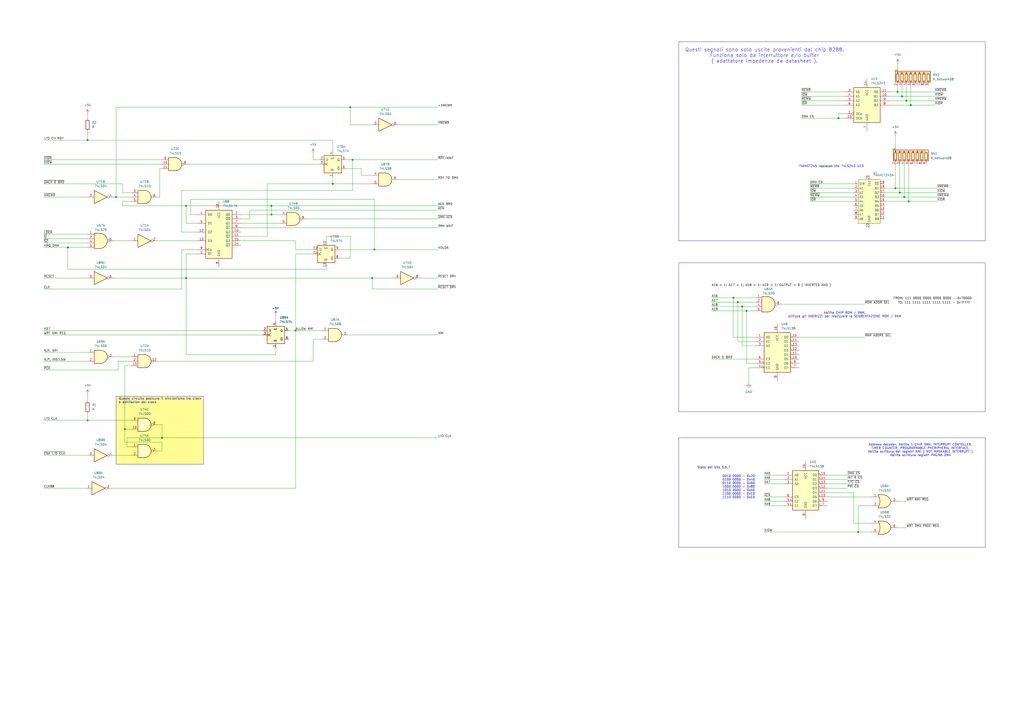
<source format=kicad_sch>
(kicad_sch (version 20250114) (generator "eeschema") (generator_version "9.0")
  (paper "A2")
  (lib_symbols
    (symbol "74xx:74LS00" (pin_names (offset 1.016))
      (property "Reference" "U" (at 0 1.27 0))
      (property "Value" "74LS00" (at 0 -1.27 0))
      (symbol "74LS00_1_1"
        (pin input line (at -7.62 2.54 0) (length 3.81) (name "~") (number "1"))
        (pin input line (at -7.62 -2.54 0) (length 3.81) (name "~") (number "2"))
        (pin output inverted (at 7.62 0 180) (length 3.81) (name "~") (number "3"))
      )
      (symbol "74LS00_1_2"
        (pin input inverted (at -7.62 2.54 0) (length 4.318) (name "~") (number "1"))
        (pin input inverted (at -7.62 -2.54 0) (length 4.318) (name "~") (number "2"))
        (pin output line (at 7.62 0 180) (length 3.81) (name "~") (number "3"))
      )
      (symbol "74LS00_2_1"
        (pin input line (at -7.62 2.54 0) (length 3.81) (name "~") (number "4"))
        (pin input line (at -7.62 -2.54 0) (length 3.81) (name "~") (number "5"))
        (pin output inverted (at 7.62 0 180) (length 3.81) (name "~") (number "6"))
      )
      (symbol "74LS00_2_2"
        (pin input inverted (at -7.62 2.54 0) (length 4.318) (name "~") (number "4"))
        (pin input inverted (at -7.62 -2.54 0) (length 4.318) (name "~") (number "5"))
        (pin output line (at 7.62 0 180) (length 3.81) (name "~") (number "6"))
      )
      (symbol "74LS00_3_1"
        (pin input line (at -7.62 2.54 0) (length 3.81) (name "~") (number "9"))
        (pin input line (at -7.62 -2.54 0) (length 3.81) (name "~") (number "10"))
        (pin output inverted (at 7.62 0 180) (length 3.81) (name "~") (number "8"))
      )
      (symbol "74LS00_3_2"
        (pin input inverted (at -7.62 2.54 0) (length 4.318) (name "~") (number "9"))
        (pin input inverted (at -7.62 -2.54 0) (length 4.318) (name "~") (number "10"))
        (pin output line (at 7.62 0 180) (length 3.81) (name "~") (number "8"))
      )
      (symbol "74LS00_4_1"
        (pin input line (at -7.62 2.54 0) (length 3.81) (name "~") (number "12"))
        (pin input line (at -7.62 -2.54 0) (length 3.81) (name "~") (number "13"))
        (pin output inverted (at 7.62 0 180) (length 3.81) (name "~") (number "11"))
      )
      (symbol "74LS00_4_2"
        (pin input inverted (at -7.62 2.54 0) (length 4.318) (name "~") (number "12"))
        (pin input inverted (at -7.62 -2.54 0) (length 4.318) (name "~") (number "13"))
        (pin output line (at 7.62 0 180) (length 3.81) (name "~") (number "11"))
      )
      (symbol "74LS00_5_0"
        (pin power_in line (at 0 12.7 270) (length 5.08) (name "VCC") (number "14"))
        (pin power_in line (at 0 -12.7 90) (length 5.08) (name "GND") (number "7"))
      )
    )
    (symbol "74xx:74LS04"
      (property "Reference" "U" (at 0 1.27 0))
      (property "Value" "74LS04" (at 0 -1.27 0))
      (symbol "74LS04_1_0"
        (pin input line (at -7.62 0 0) (length 3.81) (name "~") (number "1"))
        (pin output inverted (at 7.62 0 180) (length 3.81) (name "~") (number "2"))
      )
      (symbol "74LS04_2_0"
        (pin input line (at -7.62 0 0) (length 3.81) (name "~") (number "3"))
        (pin output inverted (at 7.62 0 180) (length 3.81) (name "~") (number "4"))
      )
      (symbol "74LS04_3_0"
        (pin input line (at -7.62 0 0) (length 3.81) (name "~") (number "5"))
        (pin output inverted (at 7.62 0 180) (length 3.81) (name "~") (number "6"))
      )
      (symbol "74LS04_4_0"
        (pin input line (at -7.62 0 0) (length 3.81) (name "~") (number "9"))
        (pin output inverted (at 7.62 0 180) (length 3.81) (name "~") (number "8"))
      )
      (symbol "74LS04_5_0"
        (pin input line (at -7.62 0 0) (length 3.81) (name "~") (number "11"))
        (pin output inverted (at 7.62 0 180) (length 3.81) (name "~") (number "10"))
      )
      (symbol "74LS04_6_0"
        (pin input line (at -7.62 0 0) (length 3.81) (name "~") (number "13"))
        (pin output inverted (at 7.62 0 180) (length 3.81) (name "~") (number "12"))
      )
      (symbol "74LS04_7_0"
        (pin power_in line (at 0 12.7 270) (length 5.08) (name "VCC") (number "14"))
        (pin power_in line (at 0 -12.7 90) (length 5.08) (name "GND") (number "7"))
      )
    )
    (symbol "74xx:74LS08" (pin_names (offset 1.016))
      (property "Reference" "U" (at 0 1.27 0))
      (property "Value" "74LS08" (at 0 -1.27 0))
      (symbol "74LS08_1_1"
        (pin input line (at -7.62 2.54 0) (length 3.81) (name "~") (number "1"))
        (pin input line (at -7.62 -2.54 0) (length 3.81) (name "~") (number "2"))
        (pin output line (at 7.62 0 180) (length 3.81) (name "~") (number "3"))
      )
      (symbol "74LS08_1_2"
        (pin input inverted (at -7.62 2.54 0) (length 4.318) (name "~") (number "1"))
        (pin input inverted (at -7.62 -2.54 0) (length 4.318) (name "~") (number "2"))
        (pin output inverted (at 7.62 0 180) (length 3.81) (name "~") (number "3"))
      )
      (symbol "74LS08_2_1"
        (pin input line (at -7.62 2.54 0) (length 3.81) (name "~") (number "4"))
        (pin input line (at -7.62 -2.54 0) (length 3.81) (name "~") (number "5"))
        (pin output line (at 7.62 0 180) (length 3.81) (name "~") (number "6"))
      )
      (symbol "74LS08_2_2"
        (pin input inverted (at -7.62 2.54 0) (length 4.318) (name "~") (number "4"))
        (pin input inverted (at -7.62 -2.54 0) (length 4.318) (name "~") (number "5"))
        (pin output inverted (at 7.62 0 180) (length 3.81) (name "~") (number "6"))
      )
      (symbol "74LS08_3_1"
        (pin input line (at -7.62 2.54 0) (length 3.81) (name "~") (number "9"))
        (pin input line (at -7.62 -2.54 0) (length 3.81) (name "~") (number "10"))
        (pin output line (at 7.62 0 180) (length 3.81) (name "~") (number "8"))
      )
      (symbol "74LS08_3_2"
        (pin input inverted (at -7.62 2.54 0) (length 4.318) (name "~") (number "9"))
        (pin input inverted (at -7.62 -2.54 0) (length 4.318) (name "~") (number "10"))
        (pin output inverted (at 7.62 0 180) (length 3.81) (name "~") (number "8"))
      )
      (symbol "74LS08_4_1"
        (pin input line (at -7.62 2.54 0) (length 3.81) (name "~") (number "12"))
        (pin input line (at -7.62 -2.54 0) (length 3.81) (name "~") (number "13"))
        (pin output line (at 7.62 0 180) (length 3.81) (name "~") (number "11"))
      )
      (symbol "74LS08_4_2"
        (pin input inverted (at -7.62 2.54 0) (length 4.318) (name "~") (number "12"))
        (pin input inverted (at -7.62 -2.54 0) (length 4.318) (name "~") (number "13"))
        (pin output inverted (at 7.62 0 180) (length 3.81) (name "~") (number "11"))
      )
      (symbol "74LS08_5_0"
        (pin power_in line (at 0 12.7 270) (length 5.08) (name "VCC") (number "14"))
        (pin power_in line (at 0 -12.7 90) (length 5.08) (name "GND") (number "7"))
      )
    )
    (symbol "74xx:74LS10" (pin_names (offset 1.016))
      (property "Reference" "U" (at 0 1.27 0))
      (property "Value" "74LS10" (at 0 -1.27 0))
      (symbol "74LS10_1_1"
        (pin input line (at -7.62 2.54 0) (length 3.81) (name "~") (number "1"))
        (pin input line (at -7.62 0 0) (length 3.81) (name "~") (number "2"))
        (pin input line (at -7.62 -2.54 0) (length 3.81) (name "~") (number "13"))
        (pin output inverted (at 7.62 0 180) (length 3.81) (name "~") (number "12"))
      )
      (symbol "74LS10_1_2"
        (pin input inverted (at -7.62 2.54 0) (length 4.318) (name "~") (number "1"))
        (pin input inverted (at -7.62 0 0) (length 4.953) (name "~") (number "2"))
        (pin input inverted (at -7.62 -2.54 0) (length 4.318) (name "~") (number "13"))
        (pin output line (at 7.62 0 180) (length 3.81) (name "~") (number "12"))
      )
      (symbol "74LS10_2_1"
        (pin input line (at -7.62 2.54 0) (length 3.81) (name "~") (number "3"))
        (pin input line (at -7.62 0 0) (length 3.81) (name "~") (number "4"))
        (pin input line (at -7.62 -2.54 0) (length 3.81) (name "~") (number "5"))
        (pin output inverted (at 7.62 0 180) (length 3.81) (name "~") (number "6"))
      )
      (symbol "74LS10_2_2"
        (pin input inverted (at -7.62 2.54 0) (length 4.318) (name "~") (number "3"))
        (pin input inverted (at -7.62 0 0) (length 4.953) (name "~") (number "4"))
        (pin input inverted (at -7.62 -2.54 0) (length 4.318) (name "~") (number "5"))
        (pin output line (at 7.62 0 180) (length 3.81) (name "~") (number "6"))
      )
      (symbol "74LS10_3_1"
        (pin input line (at -7.62 2.54 0) (length 3.81) (name "~") (number "9"))
        (pin input line (at -7.62 0 0) (length 3.81) (name "~") (number "10"))
        (pin input line (at -7.62 -2.54 0) (length 3.81) (name "~") (number "11"))
        (pin output inverted (at 7.62 0 180) (length 3.81) (name "~") (number "8"))
      )
      (symbol "74LS10_3_2"
        (pin input inverted (at -7.62 2.54 0) (length 4.318) (name "~") (number "9"))
        (pin input inverted (at -7.62 0 0) (length 4.953) (name "~") (number "10"))
        (pin input inverted (at -7.62 -2.54 0) (length 4.318) (name "~") (number "11"))
        (pin output line (at 7.62 0 180) (length 3.81) (name "~") (number "8"))
      )
      (symbol "74LS10_4_0"
        (pin power_in line (at 0 12.7 270) (length 5.08) (name "VCC") (number "14"))
        (pin power_in line (at 0 -12.7 90) (length 5.08) (name "GND") (number "7"))
      )
    )
    (symbol "74xx:74LS138" (pin_names (offset 1.016))
      (property "Reference" "U" (at -7.62 11.43 0))
      (property "Value" "74LS138" (at -7.62 -13.97 0))
      (symbol "74LS138_1_0"
        (pin input line (at -12.7 7.62 0) (length 5.08) (name "A0") (number "1"))
        (pin input line (at -12.7 5.08 0) (length 5.08) (name "A1") (number "2"))
        (pin input line (at -12.7 2.54 0) (length 5.08) (name "A2") (number "3"))
        (pin input line (at -12.7 -5.08 0) (length 5.08) (name "E3") (number "6"))
        (pin input input_low (at -12.7 -7.62 0) (length 5.08) (name "E2") (number "5"))
        (pin input input_low (at -12.7 -10.16 0) (length 5.08) (name "E1") (number "4"))
        (pin power_in line (at 0 15.24 270) (length 5.08) (name "VCC") (number "16"))
        (pin power_in line (at 0 -17.78 90) (length 5.08) (name "GND") (number "8"))
        (pin output output_low (at 12.7 7.62 180) (length 5.08) (name "O0") (number "15"))
        (pin output output_low (at 12.7 5.08 180) (length 5.08) (name "O1") (number "14"))
        (pin output output_low (at 12.7 2.54 180) (length 5.08) (name "O2") (number "13"))
        (pin output output_low (at 12.7 0 180) (length 5.08) (name "O3") (number "12"))
        (pin output output_low (at 12.7 -2.54 180) (length 5.08) (name "O4") (number "11"))
        (pin output output_low (at 12.7 -5.08 180) (length 5.08) (name "O5") (number "10"))
        (pin output output_low (at 12.7 -7.62 180) (length 5.08) (name "O6") (number "9"))
        (pin output output_low (at 12.7 -10.16 180) (length 5.08) (name "O7") (number "7"))
      )
    )
    (symbol "74xx:74LS175" (pin_names (offset 1.016))
      (property "Reference" "U" (at -7.62 13.97 0))
      (property "Value" "74LS175" (at -7.62 -16.51 0))
      (symbol "74LS175_1_0"
        (pin input line (at -12.7 10.16 0) (length 5.08) (name "D0") (number "4"))
        (pin input line (at -12.7 5.08 0) (length 5.08) (name "D1") (number "5"))
        (pin input line (at -12.7 0 0) (length 5.08) (name "D2") (number "12"))
        (pin input line (at -12.7 -5.08 0) (length 5.08) (name "D3") (number "13"))
        (pin input clock (at -12.7 -10.16 0) (length 5.08) (name "Cp") (number "9"))
        (pin input line (at -12.7 -12.7 0) (length 5.08) (name "~{Mr}") (number "1"))
        (pin power_in line (at 0 17.78 270) (length 5.08) (name "VCC") (number "16"))
        (pin power_in line (at 0 -20.32 90) (length 5.08) (name "GND") (number "8"))
        (pin output line (at 12.7 10.16 180) (length 5.08) (name "Q0") (number "2"))
        (pin output line (at 12.7 7.62 180) (length 5.08) (name "~{Q0}") (number "3"))
        (pin output line (at 12.7 5.08 180) (length 5.08) (name "Q1") (number "7"))
        (pin output line (at 12.7 2.54 180) (length 5.08) (name "~{Q1}") (number "6"))
        (pin output line (at 12.7 0 180) (length 5.08) (name "Q2") (number "10"))
        (pin output line (at 12.7 -2.54 180) (length 5.08) (name "~{Q2}") (number "11"))
        (pin output line (at 12.7 -5.08 180) (length 5.08) (name "Q3") (number "15"))
        (pin output line (at 12.7 -7.62 180) (length 5.08) (name "~{Q3}") (number "14"))
      )
    )
    (symbol "74xx:74LS20" (pin_names (offset 1.016))
      (property "Reference" "U" (at 0 1.27 0))
      (property "Value" "74LS20" (at 0 -1.27 0))
      (symbol "74LS20_1_1"
        (pin input line (at -7.62 3.81 0) (length 3.81) (name "~") (number "1"))
        (pin input line (at -7.62 1.27 0) (length 3.81) (name "~") (number "2"))
        (pin input line (at -7.62 -1.27 0) (length 3.81) (name "~") (number "4"))
        (pin input line (at -7.62 -3.81 0) (length 3.81) (name "~") (number "5"))
        (pin output inverted (at 7.62 0 180) (length 3.81) (name "~") (number "6"))
      )
      (symbol "74LS20_1_2"
        (pin input inverted (at -7.62 3.81 0) (length 3.81) (name "~") (number "1"))
        (pin input inverted (at -7.62 1.27 0) (length 4.826) (name "~") (number "2"))
        (pin input inverted (at -7.62 -1.27 0) (length 4.826) (name "~") (number "4"))
        (pin input inverted (at -7.62 -3.81 0) (length 3.81) (name "~") (number "5"))
        (pin output line (at 7.62 0 180) (length 3.81) (name "~") (number "6"))
      )
      (symbol "74LS20_2_1"
        (pin input line (at -7.62 3.81 0) (length 3.81) (name "~") (number "9"))
        (pin input line (at -7.62 1.27 0) (length 3.81) (name "~") (number "10"))
        (pin input line (at -7.62 -1.27 0) (length 3.81) (name "~") (number "12"))
        (pin input line (at -7.62 -3.81 0) (length 3.81) (name "~") (number "13"))
        (pin output inverted (at 7.62 0 180) (length 3.81) (name "~") (number "8"))
      )
      (symbol "74LS20_2_2"
        (pin input inverted (at -7.62 3.81 0) (length 3.81) (name "~") (number "9"))
        (pin input inverted (at -7.62 1.27 0) (length 4.826) (name "~") (number "10"))
        (pin input inverted (at -7.62 -1.27 0) (length 4.826) (name "~") (number "12"))
        (pin input inverted (at -7.62 -3.81 0) (length 3.81) (name "~") (number "13"))
        (pin output line (at 7.62 0 180) (length 3.81) (name "~") (number "8"))
      )
      (symbol "74LS20_3_0"
        (pin power_in line (at 0 12.7 270) (length 5.08) (name "VCC") (number "14"))
        (pin power_in line (at 0 -12.7 90) (length 5.08) (name "GND") (number "7"))
      )
    )
    (symbol "74xx:74LS243" (pin_names (offset 1.016))
      (property "Reference" "U" (at -7.62 11.43 0))
      (property "Value" "74LS243" (at -7.62 -11.43 0))
      (symbol "74LS243_1_0"
        (pin input line (at -12.7 7.62 0) (length 5.08) (name "A0") (number "3"))
        (pin input line (at -12.7 5.08 0) (length 5.08) (name "A1") (number "4"))
        (pin input line (at -12.7 2.54 0) (length 5.08) (name "A2") (number "5"))
        (pin input line (at -12.7 0 0) (length 5.08) (name "A3") (number "6"))
        (pin input inverted (at -12.7 -5.08 0) (length 5.08) (name "OEa") (number "1"))
        (pin input line (at -12.7 -7.62 0) (length 5.08) (name "OEb") (number "13"))
        (pin power_in line (at 0 15.24 270) (length 5.08) (name "VCC") (number "14"))
        (pin power_in line (at 0 -15.24 90) (length 5.08) (name "GND") (number "7"))
        (pin tri_state line (at 12.7 7.62 180) (length 5.08) (name "B0") (number "11"))
        (pin tri_state line (at 12.7 5.08 180) (length 5.08) (name "B1") (number "10"))
        (pin tri_state line (at 12.7 2.54 180) (length 5.08) (name "B2") (number "9"))
        (pin tri_state line (at 12.7 0 180) (length 5.08) (name "B3") (number "8"))
      )
    )
    (symbol "74xx:74LS32" (pin_names (offset 1.016))
      (property "Reference" "U" (at 0 1.27 0))
      (property "Value" "74LS32" (at 0 -1.27 0))
      (symbol "74LS32_1_1"
        (pin input line (at -7.62 2.54 0) (length 4.318) (name "~") (number "1"))
        (pin input line (at -7.62 -2.54 0) (length 4.318) (name "~") (number "2"))
        (pin output line (at 7.62 0 180) (length 3.81) (name "~") (number "3"))
      )
      (symbol "74LS32_1_2"
        (pin input inverted (at -7.62 2.54 0) (length 3.81) (name "~") (number "1"))
        (pin input inverted (at -7.62 -2.54 0) (length 3.81) (name "~") (number "2"))
        (pin output inverted (at 7.62 0 180) (length 3.81) (name "~") (number "3"))
      )
      (symbol "74LS32_2_1"
        (pin input line (at -7.62 2.54 0) (length 4.318) (name "~") (number "4"))
        (pin input line (at -7.62 -2.54 0) (length 4.318) (name "~") (number "5"))
        (pin output line (at 7.62 0 180) (length 3.81) (name "~") (number "6"))
      )
      (symbol "74LS32_2_2"
        (pin input inverted (at -7.62 2.54 0) (length 3.81) (name "~") (number "4"))
        (pin input inverted (at -7.62 -2.54 0) (length 3.81) (name "~") (number "5"))
        (pin output inverted (at 7.62 0 180) (length 3.81) (name "~") (number "6"))
      )
      (symbol "74LS32_3_1"
        (pin input line (at -7.62 2.54 0) (length 4.318) (name "~") (number "9"))
        (pin input line (at -7.62 -2.54 0) (length 4.318) (name "~") (number "10"))
        (pin output line (at 7.62 0 180) (length 3.81) (name "~") (number "8"))
      )
      (symbol "74LS32_3_2"
        (pin input inverted (at -7.62 2.54 0) (length 3.81) (name "~") (number "9"))
        (pin input inverted (at -7.62 -2.54 0) (length 3.81) (name "~") (number "10"))
        (pin output inverted (at 7.62 0 180) (length 3.81) (name "~") (number "8"))
      )
      (symbol "74LS32_4_1"
        (pin input line (at -7.62 2.54 0) (length 4.318) (name "~") (number "12"))
        (pin input line (at -7.62 -2.54 0) (length 4.318) (name "~") (number "13"))
        (pin output line (at 7.62 0 180) (length 3.81) (name "~") (number "11"))
      )
      (symbol "74LS32_4_2"
        (pin input inverted (at -7.62 2.54 0) (length 3.81) (name "~") (number "12"))
        (pin input inverted (at -7.62 -2.54 0) (length 3.81) (name "~") (number "13"))
        (pin output inverted (at 7.62 0 180) (length 3.81) (name "~") (number "11"))
      )
      (symbol "74LS32_5_0"
        (pin power_in line (at 0 12.7 270) (length 5.08) (name "VCC") (number "14"))
        (pin power_in line (at 0 -12.7 90) (length 5.08) (name "GND") (number "7"))
      )
    )
    (symbol "74xx:74LS74" (pin_names (offset 1.016))
      (property "Reference" "U" (at -7.62 8.89 0))
      (property "Value" "74LS74" (at -7.62 -8.89 0))
      (symbol "74LS74_1_0"
        (pin input line (at -7.62 2.54 0) (length 2.54) (name "D") (number "2"))
        (pin input clock (at -7.62 0 0) (length 2.54) (name "C") (number "3"))
        (pin input line (at 0 7.62 270) (length 2.54) (name "~{S}") (number "4"))
        (pin input line (at 0 -7.62 90) (length 2.54) (name "~{R}") (number "1"))
        (pin output line (at 7.62 2.54 180) (length 2.54) (name "Q") (number "5"))
        (pin output line (at 7.62 -2.54 180) (length 2.54) (name "~{Q}") (number "6"))
      )
      (symbol "74LS74_2_0"
        (pin input line (at -7.62 2.54 0) (length 2.54) (name "D") (number "12"))
        (pin input clock (at -7.62 0 0) (length 2.54) (name "C") (number "11"))
        (pin input line (at 0 7.62 270) (length 2.54) (name "~{S}") (number "10"))
        (pin input line (at 0 -7.62 90) (length 2.54) (name "~{R}") (number "13"))
        (pin output line (at 7.62 2.54 180) (length 2.54) (name "Q") (number "9"))
        (pin output line (at 7.62 -2.54 180) (length 2.54) (name "~{Q}") (number "8"))
      )
      (symbol "74LS74_3_0"
        (pin power_in line (at 0 10.16 270) (length 2.54) (name "VCC") (number "14"))
        (pin power_in line (at 0 -10.16 90) (length 2.54) (name "GND") (number "7"))
      )
    )
    (symbol "Custom:74AHCT245N"
      (property "Reference" "U" (at 0.508 0.762 0))
      (property "Value" "74AHCT245N" (at 6.604 -12.446 90))
      (symbol "74AHCT245N_1_1"
        (pin input line (at -2.54 -2.54 0) (length 2.54) (name "DIR") (number "1"))
        (pin bidirectional line (at -2.54 -5.08 0) (length 2.54) (name "A1") (number "2"))
        (pin bidirectional line (at -2.54 -7.62 0) (length 2.54) (name "A2") (number "3"))
        (pin bidirectional line (at -2.54 -10.16 0) (length 2.54) (name "A3") (number "4"))
        (pin bidirectional line (at -2.54 -12.7 0) (length 2.54) (name "A4") (number "5"))
        (pin bidirectional line (at -2.54 -15.24 0) (length 2.54) (name "A5") (number "6"))
        (pin bidirectional line (at -2.54 -17.78 0) (length 2.54) (name "A6") (number "7"))
        (pin bidirectional line (at -2.54 -20.32 0) (length 2.54) (name "A7") (number "8"))
        (pin input line (at -2.54 -22.86 0) (length 2.54) (name "A8") (number "9"))
        (pin power_in line (at 6.35 2.54 270) (length 2.54) (name "Vcc") (number "20"))
        (pin power_in line (at 6.35 -27.94 90) (length 2.54) (name "GND") (number "10"))
        (pin input line (at 15.24 -2.54 180) (length 2.54) (name "~{OE}") (number "19"))
        (pin bidirectional line (at 15.24 -5.08 180) (length 2.54) (name "B1") (number "18"))
        (pin bidirectional line (at 15.24 -7.62 180) (length 2.54) (name "B2") (number "17"))
        (pin bidirectional line (at 15.24 -10.16 180) (length 2.54) (name "B3") (number "16"))
        (pin bidirectional line (at 15.24 -12.7 180) (length 2.54) (name "B4") (number "15"))
        (pin bidirectional line (at 15.24 -15.24 180) (length 2.54) (name "B5") (number "14"))
        (pin bidirectional line (at 15.24 -17.78 180) (length 2.54) (name "B6") (number "13"))
        (pin bidirectional line (at 15.24 -20.32 180) (length 2.54) (name "B7") (number "12"))
        (pin bidirectional line (at 15.24 -22.86 180) (length 2.54) (name "B8") (number "11"))
      )
    )
    (symbol "Device:R" (pin_numbers (hide yes)) (pin_names (offset 0))
      (property "Reference" "R" (at 2.032 0 90))
      (property "Value" "R" (at 0 0 90))
      (symbol "R_1_1"
        (pin passive line (at 0 3.81 270) (length 1.27) (name "~") (number "1"))
        (pin passive line (at 0 -3.81 90) (length 1.27) (name "~") (number "2"))
      )
    )
    (symbol "Device:R_Network08" (pin_names (offset 0) (hide yes))
      (property "Reference" "RN" (at -12.7 0 90))
      (property "Value" "R_Network08" (at 10.16 0 90))
      (symbol "R_Network08_1_1"
        (pin passive line (at -10.16 5.08 270) (length 2.54) (name "common") (number "1"))
        (pin passive line (at -10.16 -5.08 90) (length 1.27) (name "R1") (number "2"))
        (pin passive line (at -7.62 -5.08 90) (length 1.27) (name "R2") (number "3"))
        (pin passive line (at -5.08 -5.08 90) (length 1.27) (name "R3") (number "4"))
        (pin passive line (at -2.54 -5.08 90) (length 1.27) (name "R4") (number "5"))
        (pin passive line (at 0 -5.08 90) (length 1.27) (name "R5") (number "6"))
        (pin passive line (at 2.54 -5.08 90) (length 1.27) (name "R6") (number "7"))
        (pin passive line (at 5.08 -5.08 90) (length 1.27) (name "R7") (number "8"))
        (pin passive line (at 7.62 -5.08 90) (length 1.27) (name "R8") (number "9"))
      )
    )
    (symbol "power:+5V" (power) (pin_numbers (hide yes)) (pin_names (offset 0) (hide yes))
      (property "Value" "+5V" (at 0 3.556 0))
      (symbol "+5V_1_1"
        (pin power_in line (at 0 0 90) (length 0) (name "~") (number "1"))
      )
    )
    (symbol "power:GND" (power) (pin_numbers (hide yes)) (pin_names (offset 0) (hide yes))
      (property "Value" "GND" (at 0 -3.81 0))
      (symbol "GND_1_1"
        (pin power_in line (at 0 0 270) (length 0) (name "~") (number "1"))
      )
    )
  )
  (rectangle (start 67.31 229.87) (end 118.11 269.24) (fill (type color) (color 255 251 43 0.5)))
  (rectangle (start 393.7 24.13) (end 571.5 139.7))
  (rectangle (start 393.7 254) (end 571.5 317.5))
  (rectangle (start 393.7 152.4) (end 571.5 238.76))
  (text "Questi segnali sono solo uscite provenienti dal chip 8288.\nFunziona solo da interruttore e/o buffer\n( adattatore impedenza da datasheet )." (at 443.484 32.258 0) (effects (font (size 2.032 2.032))))
  (text "Questo circuito assicura il sincronismo tra clock\ne abilitazion del clock " (at 68.834 232.41 0) (effects (font (size 1.27 1.27)) (justify left)))
  (text "Address decoder. Abilita il CHIP DMA, INTERRUPT CONTOLLER,\nTIMER COUNTER, PROGRAMMABLE PHERIPHERAL INTERFACE.\nAbilita scrittura dei registri NMI ( NOT MASKABLE INTERRUPT )\nAbilita scrittura registri PAGINA DMA" (at 533.908 261.112 0) (effects (font (size 1.27 1.27))))
  (text "74AHCT245 raplaces the 74LS243 U13" (at 482.092 96.52 0) (effects (font (size 1.27 1.27))))
  (text "Stato dei bits 5,6,7 " (at 414.528 271.272 0) (effects (font (size 1.27 1.27))))
  (text "0010 0000 - 0x20\n0100 0000 - 0x40\n0110 0000 - 0x60\n1000 0000 - 0x80\n1010 0000 - 0xA0\n1100 0000 - 0xC0\n1110 0000 - 0xE0" (at 428.498 282.448 0) (effects (font (size 1.27 1.27))))
  (text "Abilita CHIP ROM / RAM.\nUtilizza gli INDIRIZZI per realizzare la SEGMENTAZIONE ROM / RAM" (at 489.966 182.626 0) (effects (font (size 1.27 1.27))))
  (junction (at 72.39 248.92))
  (junction (at 215.9 161.29))
  (junction (at 93.98 254))
  (junction (at 171.45 191.77))
  (junction (at 203.2 62.23))
  (junction (at 525.78 58.42))
  (junction (at 217.17 144.78))
  (junction (at 524.51 114.3))
  (junction (at 520.7 53.34))
  (junction (at 193.04 106.68))
  (junction (at 427.99 175.26))
  (junction (at 433.07 180.34))
  (junction (at 107.95 119.38))
  (junction (at 39.37 143.51))
  (junction (at 497.84 308.61))
  (junction (at 157.48 124.46))
  (junction (at 425.45 172.72))
  (junction (at 50.8 81.28))
  (junction (at 527.05 116.84))
  (junction (at 107.95 161.29))
  (junction (at 486.41 68.58))
  (junction (at 521.97 111.76))
  (junction (at 67.31 114.3))
  (junction (at 50.8 243.84))
  (junction (at 157.48 119.38))
  (junction (at 519.43 109.22))
  (junction (at 430.53 177.8))
  (junction (at 523.24 55.88))
  (junction (at 204.47 92.71))
  (junction (at 528.32 60.96))
  (wire (pts (xy 527.05 116.84) (xy 543.56 116.84)))
  (wire (pts (xy 66.04 264.16) (xy 76.2 264.16)))
  (wire (pts (xy 154.94 106.68) (xy 193.04 106.68)))
  (wire (pts (xy 66.04 114.3) (xy 67.31 114.3)))
  (wire (pts (xy 25.4 264.16) (xy 50.8 264.16)))
  (wire (pts (xy 497.84 308.61) (xy 505.46 308.61)))
  (wire (pts (xy 25.4 135.89) (xy 50.8 135.89)))
  (wire (pts (xy 71.12 106.68) (xy 25.4 106.68)))
  (wire (pts (xy 480.06 280.67) (xy 491.49 280.67)))
  (wire (pts (xy 171.45 139.7) (xy 171.45 144.78)))
  (wire (pts (xy 443.23 293.37) (xy 454.66 293.37)))
  (wire (pts (xy 93.98 246.38) (xy 93.98 254)))
  (wire (pts (xy 76.2 111.76) (xy 71.12 111.76)))
  (wire (pts (xy 463.55 195.58) (xy 501.65 195.58)))
  (wire (pts (xy 521.97 111.76) (xy 543.56 111.76)))
  (wire (pts (xy 520.7 53.34) (xy 542.29 53.34)))
  (wire (pts (xy 139.7 124.46) (xy 157.48 124.46)))
  (wire (pts (xy 523.24 55.88) (xy 542.29 55.88)))
  (wire (pts (xy 200.66 92.71) (xy 204.47 92.71)))
  (wire (pts (xy 520.7 306.07) (xy 525.78 306.07)))
  (wire (pts (xy 25.4 204.47) (xy 50.8 204.47)))
  (wire (pts (xy 189.23 156.21) (xy 39.37 156.21)))
  (wire (pts (xy 25.4 92.71) (xy 93.98 92.71)))
  (wire (pts (xy 203.2 62.23) (xy 254 62.23)))
  (wire (pts (xy 25.4 243.84) (xy 50.8 243.84)))
  (wire (pts (xy 438.15 198.12) (xy 427.99 198.12)))
  (wire (pts (xy 486.41 68.58) (xy 490.22 68.58)))
  (wire (pts (xy 114.3 144.78) (xy 105.41 144.78)))
  (wire (pts (xy 231.14 72.39) (xy 254 72.39)))
  (wire (pts (xy 201.93 194.31) (xy 254 194.31)))
  (wire (pts (xy 181.61 88.9) (xy 181.61 92.71)))
  (wire (pts (xy 171.45 147.32) (xy 181.61 147.32)))
  (wire (pts (xy 186.69 196.85) (xy 181.61 196.85)))
  (wire (pts (xy 193.04 106.68) (xy 215.9 106.68)))
  (wire (pts (xy 171.45 147.32) (xy 171.45 191.77)))
  (wire (pts (xy 76.2 116.84) (xy 71.12 116.84)))
  (wire (pts (xy 480.06 275.59) (xy 491.49 275.59)))
  (wire (pts (xy 71.12 116.84) (xy 71.12 119.38)))
  (wire (pts (xy 50.8 228.6) (xy 50.8 232.41)))
  (wire (pts (xy 469.9 114.3) (xy 495.3 114.3)))
  (wire (pts (xy 215.9 72.39) (xy 203.2 72.39)))
  (wire (pts (xy 25.4 194.31) (xy 152.4 194.31)))
  (wire (pts (xy 107.95 161.29) (xy 215.9 161.29)))
  (wire (pts (xy 25.4 161.29) (xy 50.8 161.29)))
  (wire (pts (xy 193.04 102.87) (xy 193.04 106.68)))
  (wire (pts (xy 67.31 114.3) (xy 67.31 62.23)))
  (wire (pts (xy 189.23 137.16) (xy 203.2 137.16)))
  (wire (pts (xy 93.98 254) (xy 254 254)))
  (wire (pts (xy 71.12 111.76) (xy 71.12 106.68)))
  (wire (pts (xy 497.84 293.37) (xy 497.84 308.61)))
  (wire (pts (xy 25.4 95.25) (xy 93.98 95.25)))
  (wire (pts (xy 209.55 97.79) (xy 200.66 97.79)))
  (wire (pts (xy 443.23 288.29) (xy 454.66 288.29)))
  (wire (pts (xy 91.44 114.3) (xy 92.71 114.3)))
  (wire (pts (xy 181.61 209.55) (xy 91.44 209.55)))
  (wire (pts (xy 66.04 161.29) (xy 107.95 161.29)))
  (wire (pts (xy 157.48 124.46) (xy 162.56 124.46)))
  (wire (pts (xy 443.23 290.83) (xy 454.66 290.83)))
  (wire (pts (xy 490.22 66.04) (xy 486.41 66.04)))
  (wire (pts (xy 464.82 53.34) (xy 490.22 53.34)))
  (wire (pts (xy 520.7 49.53) (xy 520.7 53.34)))
  (wire (pts (xy 73.66 259.08) (xy 73.66 254)))
  (wire (pts (xy 139.7 129.54) (xy 162.56 129.54)))
  (wire (pts (xy 469.9 106.68) (xy 495.3 106.68)))
  (wire (pts (xy 171.45 144.78) (xy 181.61 144.78)))
  (wire (pts (xy 495.3 303.53) (xy 495.3 285.75)))
  (wire (pts (xy 64.77 283.21) (xy 171.45 283.21)))
  (wire (pts (xy 139.7 139.7) (xy 171.45 139.7)))
  (wire (pts (xy 196.85 144.78) (xy 217.17 144.78)))
  (wire (pts (xy 243.84 161.29) (xy 254 161.29)))
  (wire (pts (xy 25.4 143.51) (xy 39.37 143.51)))
  (wire (pts (xy 525.78 58.42) (xy 542.29 58.42)))
  (wire (pts (xy 91.44 261.62) (xy 93.98 261.62)))
  (wire (pts (xy 107.95 129.54) (xy 107.95 119.38)))
  (wire (pts (xy 73.66 254) (xy 93.98 254)))
  (wire (pts (xy 114.3 124.46) (xy 110.49 124.46)))
  (wire (pts (xy 486.41 66.04) (xy 486.41 68.58)))
  (wire (pts (xy 72.39 248.92) (xy 76.2 248.92)))
  (wire (pts (xy 68.58 209.55) (xy 68.58 214.63)))
  (wire (pts (xy 527.05 95.25) (xy 527.05 116.84)))
  (wire (pts (xy 464.82 55.88) (xy 490.22 55.88)))
  (wire (pts (xy 25.4 167.64) (xy 105.41 167.64)))
  (wire (pts (xy 67.31 62.23) (xy 203.2 62.23)))
  (wire (pts (xy 231.14 104.14) (xy 254 104.14)))
  (wire (pts (xy 519.43 95.25) (xy 519.43 109.22)))
  (wire (pts (xy 204.47 110.49) (xy 204.47 92.71)))
  (wire (pts (xy 92.71 97.79) (xy 93.98 97.79)))
  (wire (pts (xy 93.98 261.62) (xy 93.98 256.54)))
  (wire (pts (xy 25.4 214.63) (xy 68.58 214.63)))
  (wire (pts (xy 193.04 87.63) (xy 193.04 81.28)))
  (wire (pts (xy 92.71 114.3) (xy 92.71 97.79)))
  (wire (pts (xy 171.45 283.21) (xy 171.45 191.77)))
  (wire (pts (xy 513.08 109.22) (xy 519.43 109.22)))
  (wire (pts (xy 215.9 161.29) (xy 228.6 161.29)))
  (wire (pts (xy 412.75 208.28) (xy 438.15 208.28)))
  (wire (pts (xy 425.45 172.72) (xy 438.15 172.72)))
  (wire (pts (xy 25.4 283.21) (xy 49.53 283.21)))
  (wire (pts (xy 171.45 191.77) (xy 186.69 191.77)))
  (wire (pts (xy 209.55 101.6) (xy 209.55 97.79)))
  (wire (pts (xy 430.53 177.8) (xy 438.15 177.8)))
  (wire (pts (xy 66.04 207.01) (xy 76.2 207.01)))
  (wire (pts (xy 50.8 81.28) (xy 25.4 81.28)))
  (wire (pts (xy 189.23 139.7) (xy 189.23 137.16)))
  (wire (pts (xy 528.32 49.53) (xy 528.32 60.96)))
  (wire (pts (xy 464.82 60.96) (xy 490.22 60.96)))
  (wire (pts (xy 443.23 275.59) (xy 454.66 275.59)))
  (wire (pts (xy 519.43 109.22) (xy 543.56 109.22)))
  (wire (pts (xy 438.15 213.36) (xy 434.34 213.36)))
  (wire (pts (xy 204.47 92.71) (xy 254 92.71)))
  (wire (pts (xy 513.08 114.3) (xy 524.51 114.3)))
  (wire (pts (xy 412.75 177.8) (xy 430.53 177.8)))
  (wire (pts (xy 50.8 66.04) (xy 50.8 68.58)))
  (wire (pts (xy 114.3 129.54) (xy 107.95 129.54)))
  (wire (pts (xy 203.2 137.16) (xy 203.2 149.86)))
  (wire (pts (xy 25.4 140.97) (xy 50.8 140.97)))
  (wire (pts (xy 105.41 134.62) (xy 105.41 110.49)))
  (wire (pts (xy 513.08 111.76) (xy 521.97 111.76)))
  (wire (pts (xy 71.12 119.38) (xy 107.95 119.38)))
  (wire (pts (xy 469.9 111.76) (xy 495.3 111.76)))
  (wire (pts (xy 157.48 119.38) (xy 157.48 124.46)))
  (wire (pts (xy 110.49 124.46) (xy 110.49 115.57)))
  (wire (pts (xy 209.55 101.6) (xy 215.9 101.6)))
  (wire (pts (xy 443.23 308.61) (xy 497.84 308.61)))
  (wire (pts (xy 72.39 248.92) (xy 72.39 212.09)))
  (wire (pts (xy 480.06 278.13) (xy 491.49 278.13)))
  (wire (pts (xy 515.62 58.42) (xy 525.78 58.42)))
  (wire (pts (xy 160.02 201.93) (xy 160.02 205.74)))
  (wire (pts (xy 453.39 176.53) (xy 501.65 176.53)))
  (wire (pts (xy 412.75 175.26) (xy 427.99 175.26)))
  (wire (pts (xy 144.78 127) (xy 144.78 121.92)))
  (wire (pts (xy 505.46 303.53) (xy 495.3 303.53)))
  (wire (pts (xy 160.02 205.74) (xy 107.95 205.74)))
  (wire (pts (xy 433.07 210.82) (xy 433.07 180.34)))
  (wire (pts (xy 495.3 285.75) (xy 480.06 285.75)))
  (wire (pts (xy 215.9 161.29) (xy 215.9 167.64)))
  (wire (pts (xy 66.04 139.7) (xy 76.2 139.7)))
  (wire (pts (xy 515.62 53.34) (xy 520.7 53.34)))
  (wire (pts (xy 107.95 119.38) (xy 157.48 119.38)))
  (wire (pts (xy 469.9 109.22) (xy 495.3 109.22)))
  (wire (pts (xy 515.62 60.96) (xy 528.32 60.96)))
  (wire (pts (xy 50.8 243.84) (xy 76.2 243.84)))
  (wire (pts (xy 91.44 246.38) (xy 93.98 246.38)))
  (wire (pts (xy 523.24 49.53) (xy 523.24 55.88)))
  (wire (pts (xy 105.41 144.78) (xy 105.41 167.64)))
  (wire (pts (xy 144.78 121.92) (xy 254 121.92)))
  (wire (pts (xy 50.8 76.2) (xy 50.8 81.28)))
  (wire (pts (xy 193.04 81.28) (xy 50.8 81.28)))
  (wire (pts (xy 139.7 137.16) (xy 154.94 137.16)))
  (wire (pts (xy 520.7 36.83) (xy 520.7 39.37)))
  (wire (pts (xy 157.48 119.38) (xy 254 119.38)))
  (wire (pts (xy 107.95 205.74) (xy 107.95 161.29)))
  (wire (pts (xy 109.22 95.25) (xy 185.42 95.25)))
  (wire (pts (xy 464.82 68.58) (xy 486.41 68.58)))
  (wire (pts (xy 177.8 127) (xy 254 127)))
  (wire (pts (xy 425.45 195.58) (xy 425.45 172.72)))
  (wire (pts (xy 430.53 200.66) (xy 430.53 177.8)))
  (wire (pts (xy 181.61 196.85) (xy 181.61 209.55)))
  (wire (pts (xy 215.9 167.64) (xy 254 167.64)))
  (wire (pts (xy 524.51 95.25) (xy 524.51 114.3)))
  (wire (pts (xy 25.4 191.77) (xy 152.4 191.77)))
  (wire (pts (xy 189.23 154.94) (xy 189.23 156.21)))
  (wire (pts (xy 427.99 175.26) (xy 438.15 175.26)))
  (wire (pts (xy 107.95 161.29) (xy 107.95 147.32)))
  (wire (pts (xy 469.9 116.84) (xy 495.3 116.84)))
  (wire (pts (xy 67.31 114.3) (xy 76.2 114.3)))
  (wire (pts (xy 513.08 116.84) (xy 527.05 116.84)))
  (wire (pts (xy 25.4 209.55) (xy 50.8 209.55)))
  (wire (pts (xy 427.99 198.12) (xy 427.99 175.26)))
  (wire (pts (xy 114.3 134.62) (xy 105.41 134.62)))
  (wire (pts (xy 139.7 132.08) (xy 254 132.08)))
  (wire (pts (xy 524.51 114.3) (xy 543.56 114.3)))
  (wire (pts (xy 434.34 213.36) (xy 434.34 222.25)))
  (wire (pts (xy 412.75 180.34) (xy 433.07 180.34)))
  (wire (pts (xy 160.02 182.88) (xy 160.02 186.69)))
  (wire (pts (xy 438.15 195.58) (xy 425.45 195.58)))
  (wire (pts (xy 505.46 293.37) (xy 497.84 293.37)))
  (wire (pts (xy 91.44 139.7) (xy 114.3 139.7)))
  (wire (pts (xy 107.95 147.32) (xy 114.3 147.32)))
  (wire (pts (xy 515.62 55.88) (xy 523.24 55.88)))
  (wire (pts (xy 39.37 143.51) (xy 50.8 143.51)))
  (wire (pts (xy 76.2 259.08) (xy 73.66 259.08)))
  (wire (pts (xy 525.78 49.53) (xy 525.78 58.42)))
  (wire (pts (xy 72.39 256.54) (xy 72.39 248.92)))
  (wire (pts (xy 167.64 191.77) (xy 171.45 191.77)))
  (wire (pts (xy 76.2 209.55) (xy 68.58 209.55)))
  (wire (pts (xy 443.23 278.13) (xy 454.66 278.13)))
  (wire (pts (xy 433.07 180.34) (xy 438.15 180.34)))
  (wire (pts (xy 521.97 95.25) (xy 521.97 111.76)))
  (wire (pts (xy 110.49 115.57) (xy 217.17 115.57)))
  (wire (pts (xy 39.37 156.21) (xy 39.37 143.51)))
  (wire (pts (xy 480.06 288.29) (xy 505.46 288.29)))
  (wire (pts (xy 520.7 290.83) (xy 525.78 290.83)))
  (wire (pts (xy 105.41 110.49) (xy 204.47 110.49)))
  (wire (pts (xy 412.75 172.72) (xy 425.45 172.72)))
  (wire (pts (xy 438.15 210.82) (xy 433.07 210.82)))
  (wire (pts (xy 203.2 149.86) (xy 196.85 149.86)))
  (wire (pts (xy 203.2 72.39) (xy 203.2 62.23)))
  (wire (pts (xy 72.39 212.09) (xy 76.2 212.09)))
  (wire (pts (xy 464.82 58.42) (xy 490.22 58.42)))
  (wire (pts (xy 181.61 92.71) (xy 185.42 92.71)))
  (wire (pts (xy 217.17 115.57) (xy 217.17 144.78)))
  (wire (pts (xy 50.8 240.03) (xy 50.8 243.84)))
  (wire (pts (xy 139.7 127) (xy 144.78 127)))
  (wire (pts (xy 154.94 137.16) (xy 154.94 106.68)))
  (wire (pts (xy 25.4 138.43) (xy 50.8 138.43)))
  (wire (pts (xy 25.4 114.3) (xy 50.8 114.3)))
  (wire (pts (xy 438.15 200.66) (xy 430.53 200.66)))
  (wire (pts (xy 528.32 60.96) (xy 542.29 60.96)))
  (wire (pts (xy 519.43 78.74) (xy 519.43 85.09)))
  (wire (pts (xy 480.06 283.21) (xy 491.49 283.21)))
  (wire (pts (xy 443.23 280.67) (xy 454.66 280.67)))
  (wire (pts (xy 217.17 144.78) (xy 254 144.78)))
  (wire (pts (xy 93.98 256.54) (xy 72.39 256.54)))
  (label "I{slash}O CH RDY" (at 25.4 81.28 0))
  (label "~{RDY}{slash}WAIT" (at 254 92.71 0))
  (label "~{SO}" (at 25.4 140.97 0))
  (label "~{IOW}" (at 464.82 55.88 0))
  (label "~{XMEMR}" (at 542.29 53.34 0))
  (label "HOLDA" (at 254 144.78 0))
  (label "~{XIOR}" (at 542.29 60.96 0))
  (label "~{AEN}" (at 443.23 288.29 0))
  (label "A16" (at 412.75 172.72 0))
  (label "DMA WAIT" (at 254 132.08 0))
  (label "N.P. NPI" (at 25.4 204.47 0))
  (label "~{XIOW}" (at 543.56 111.76 0))
  (label "~{IOR}" (at 464.82 60.96 0))
  (label "~{T{slash}C CS}" (at 491.49 280.67 0))
  (label "~{DMA CS}" (at 491.49 275.59 0))
  (label "XA7" (at 443.23 280.67 0))
  (label "~{MEMR}" (at 469.9 109.22 0))
  (label "A18" (at 412.75 177.8 0))
  (label "~{AEN}" (at 254 121.92 0))
  (label "CLK" (at 25.4 167.64 0))
  (label "~{IOR}" (at 469.9 116.84 0))
  (label "TO: 111 1111 1111 1111 1111 - 0x7FFFF" (at 520.7 176.53 0))
  (label "FROM: 111 0000 0000 0000 0000 - 0x70000" (at 518.16 173.99 0))
  (label "~{RESET DRV}" (at 254 167.64 0))
  (label "~{XMEMW}" (at 543.56 114.3 0))
  (label "+XMEMR" (at 254 62.23 0))
  (label "~{XMEMR}" (at 25.4 114.3 0))
  (label "DMA EN" (at 469.9 106.68 0))
  (label "HRQ DMA" (at 25.4 143.51 0))
  (label "RESET DRV" (at 254 161.29 0))
  (label "NMI" (at 254 194.31 0))
  (label "~{MEMW}" (at 464.82 58.42 0))
  (label "~{ENA I{slash}O CLK}" (at 25.4 264.16 0))
  (label "XA5" (at 443.23 275.59 0))
  (label "RESET" (at 25.4 161.29 0))
  (label "~{XIOR}" (at 543.56 116.84 0))
  (label "~{DMA AEN}" (at 254 127 0))
  (label "~{INT R CS}" (at 491.49 278.13 0))
  (label "AEN BRD" (at 254 119.38 0))
  (label "A17" (at 412.75 175.26 0))
  (label "I{slash}O CLK" (at 25.4 243.84 0))
  (label "~{PPI CS}" (at 491.49 283.21 0))
  (label "N.P. INSTLSW" (at 25.4 209.55 0))
  (label "CLK88" (at 25.4 283.21 0))
  (label "A16 = 1; A17 = 1; A18 = 1; A19 = 1; OUTPUT = 0 ( INVERTED AND )" (at 412.75 166.37 0))
  (label "~{RAM ADDRE SEL}" (at 501.65 195.58 0))
  (label "~{XIOR}" (at 25.4 92.71 0))
  (label "~{IOW}" (at 469.9 111.76 0))
  (label "XA8" (at 443.23 290.83 0))
  (label "DMA EN" (at 464.82 68.58 0))
  (label "I{slash}O CLK" (at 254 254 0))
  (label "~{PCK}" (at 25.4 214.63 0))
  (label "WRT NMI REG" (at 25.4 194.31 0))
  (label "~{YMEMR}" (at 254 72.39 0))
  (label "~{MEMW}" (at 469.9 114.3 0))
  (label "XIOW" (at 443.23 308.61 0))
  (label "~{XMEMR}" (at 543.56 109.22 0))
  (label "ALLOW NMI" (at 171.45 191.77 0))
  (label "~{ROM ADDR SEL}" (at 501.65 176.53 0))
  (label "~{XMEMW}" (at 542.29 58.42 0))
  (label "~{XIOW}" (at 25.4 95.25 0))
  (label "RDY TO DMA" (at 254 104.14 0))
  (label "A19" (at 412.75 180.34 0))
  (label "XA9" (at 443.23 293.37 0))
  (label "~{SI}" (at 25.4 138.43 0))
  (label "~{WRT NMI REG}" (at 525.78 290.83 0))
  (label "~{DACK 0 BRD}" (at 25.4 106.68 0))
  (label "XD7" (at 25.4 191.77 0))
  (label "~{WRT DMA PAGE REG}" (at 525.78 306.07 0))
  (label "~{LOCK}" (at 25.4 135.89 0))
  (label "~{XIOW}" (at 542.29 55.88 0))
  (label "DACK O BRD" (at 412.75 208.28 0))
  (label "~{MEMR}" (at 464.82 53.34 0))
  (label "XA6" (at 443.23 278.13 0))
  (symbol (lib_id "74xx:74LS04") (at 674.37 199.39 0) (unit 6)
    (property "Reference" "U89" (at 674.37 190.5 0))
    (property "Value" "74LS04" (at 674.37 193.04 0))
    (property "Datasheet" "http://www.ti.com/lit/gpn/sn74LS04" (effects (hide yes)))
    (property "Description" "Hex Inverter" (effects (hide yes)))
  )
  (symbol (lib_id "74xx:74LS04") (at 236.22 161.29 0) (unit 4)
    (property "Reference" "U71" (at 236.22 152.4 0))
    (property "Value" "74LS04" (at 236.22 154.94 0))
    (property "Datasheet" "http://www.ti.com/lit/gpn/sn74LS04" (effects (hide yes)))
    (property "Description" "Hex Inverter" (effects (hide yes)))
  )
  (symbol (lib_id "74xx:74LS20") (at 445.77 176.53 0) (unit 1)
    (property "Reference" "U64" (at 445.7603 167.64 0))
    (property "Value" "74LS20" (at 445.7603 170.18 0))
    (property "Datasheet" "http://www.ti.com/lit/gpn/sn74LS20" (effects (hide yes)))
    (property "Description" "Dual 4-input NAND" (effects (hide yes)))
  )
  (symbol (lib_id "74xx:74LS10") (at 101.6 95.25 0) (unit 3)
    (property "Reference" "U72" (at 101.5917 86.36 0))
    (property "Value" "74LS10" (at 101.5917 88.9 0))
    (property "Datasheet" "http://www.ti.com/lit/gpn/sn74LS10" (effects (hide yes)))
    (property "Description" "Triple 3-input NAND" (effects (hide yes)))
  )
  (symbol (lib_id "74xx:74LS10") (at 763.27 279.4 0) (unit 4)
    (property "Reference" "U72" (at 769.62 278.1299 0) (effects (justify left)))
    (property "Value" "74LS10" (at 769.62 280.6699 0) (effects (justify left)))
    (property "Datasheet" "http://www.ti.com/lit/gpn/sn74LS10" (effects (hide yes)))
    (property "Description" "Triple 3-input NAND" (effects (hide yes)))
  )
  (symbol (lib_id "74xx:74LS74") (at 728.98 234.95 0) (unit 2)
    (property "Reference" "U86" (at 731.1741 224.79 0) (effects (justify left)))
    (property "Value" "74LS74" (at 731.1741 227.33 0) (effects (justify left)))
    (property "Datasheet" "74xx/74hc_hct74.pdf" (effects (hide yes)))
    (property "Description" "Dual D Flip-flop, Set & Reset" (effects (hide yes)))
  )
  (symbol (lib_id "74xx:74LS74") (at 160.02 194.31 0) (unit 1)
    (property "Reference" "U86" (at 162.2141 184.15 0) (effects (justify left)))
    (property "Value" "74LS74" (at 162.2141 186.69 0) (effects (justify left)))
    (property "Datasheet" "74xx/74hc_hct74.pdf" (effects (hide yes)))
    (property "Description" "Dual D Flip-flop, Set & Reset" (effects (hide yes)))
  )
  (symbol (lib_id "power:+5V") (at 160.02 182.88 0) (unit 1)
    (property "Reference" "#PWR02" (effects (hide yes)))
    (property "Value" "+5V" (at 159.766 178.816 0))
    (property "Description" "Power symbol creates a global label with name \"+5V\"" (effects (hide yes)))
  )
  (symbol (lib_id "74xx:74LS32") (at 702.31 107.95 0) (unit 5)
    (property "Reference" "U59" (at 708.66 106.6799 0) (effects (justify left)))
    (property "Value" "74LS32" (at 708.66 109.2199 0) (effects (justify left)))
    (property "Datasheet" "http://www.ti.com/lit/gpn/sn74LS32" (effects (hide yes)))
    (property "Description" "Quad 2-input OR" (effects (hide yes)))
  )
  (symbol (lib_id "74xx:74LS74") (at 778.51 233.68 0) (unit 3)
    (property "Reference" "U70" (at 784.86 232.4099 0) (effects (justify left)))
    (property "Value" "74LS74" (at 784.86 234.9499 0) (effects (justify left)))
    (property "Datasheet" "74xx/74hc_hct74.pdf" (effects (hide yes)))
    (property "Description" "Dual D Flip-flop, Set & Reset" (effects (hide yes)))
  )
  (symbol (lib_id "74xx:74LS20") (at 58.42 139.7 0) (unit 1)
    (property "Reference" "U57" (at 58.4103 130.81 0))
    (property "Value" "74LS20" (at 58.4103 133.35 0))
    (property "Datasheet" "http://www.ti.com/lit/gpn/sn74LS20" (effects (hide yes)))
    (property "Description" "Dual 4-input NAND" (effects (hide yes)))
  )
  (symbol (lib_id "74xx:74LS32") (at 684.53 115.57 0) (unit 4)
    (property "Reference" "U59" (at 684.53 106.68 0))
    (property "Value" "74LS32" (at 684.53 109.22 0))
    (property "Datasheet" "http://www.ti.com/lit/gpn/sn74LS32" (effects (hide yes)))
    (property "Description" "Quad 2-input OR" (effects (hide yes)))
  )
  (symbol (lib_id "power:+5V") (at 519.43 78.74 0) (unit 1)
    (property "Reference" "#PWR07" (effects (hide yes)))
    (property "Value" "+5V" (at 519.43 73.66 0))
    (property "Description" "Power symbol creates a global label with name \"+5V\"" (effects (hide yes)))
  )
  (symbol (lib_id "power:+5V") (at 520.7 36.83 0) (unit 1)
    (property "Reference" "#PWR06" (effects (hide yes)))
    (property "Value" "+5V" (at 520.7 31.75 0))
    (property "Description" "Power symbol creates a global label with name \"+5V\"" (effects (hide yes)))
  )
  (symbol (lib_id "Custom:74AHCT245N") (at 497.84 104.14 0) (unit 1)
    (property "Reference" "U1" (at 506.3841 100.33 0) (effects (justify left)))
    (property "Value" "74AHCT245N" (at 506.3841 101.6 0) (effects (justify left)))
    (property "Footprint" "Package_DIP:DIP-20_W7.62mm_Socket" (effects (hide yes)))
    (property "Datasheet" "\\\\192.168.1.12\\public3\\Computers\\Parti\\Logic_IC\\AHCT\\SN74AHCT245" (effects (hide yes)))
  )
  (symbol (lib_id "74xx:74LS04") (at 674.37 182.88 0) (unit 5)
    (property "Reference" "U89" (at 674.37 173.99 0))
    (property "Value" "74LS04" (at 674.37 176.53 0))
    (property "Datasheet" "http://www.ti.com/lit/gpn/sn74LS04" (effects (hide yes)))
    (property "Description" "Hex Inverter" (effects (hide yes)))
  )
  (symbol (lib_id "74xx:74LS00") (at 170.18 127 0) (unit 2)
    (property "Reference" "U74" (at 170.1717 118.11 0))
    (property "Value" "74LS00" (at 170.1717 120.65 0))
    (property "Datasheet" "http://www.ti.com/lit/gpn/sn74ls00" (effects (hide yes)))
    (property "Description" "quad 2-input NAND gate" (effects (hide yes)))
  )
  (symbol (lib_id "74xx:74LS10") (at 83.82 209.55 0) (unit 1)
    (property "Reference" "U72" (at 83.8117 200.66 0))
    (property "Value" "74LS10" (at 83.8117 203.2 0))
    (property "Datasheet" "http://www.ti.com/lit/gpn/sn74LS10" (effects (hide yes)))
    (property "Description" "Triple 3-input NAND" (effects (hide yes)))
  )
  (symbol (lib_id "74xx:74LS138") (at 467.36 283.21 0) (unit 1)
    (property "Reference" "U45" (at 469.5541 267.97 0) (effects (justify left)))
    (property "Value" "74LS138" (at 469.5541 270.51 0) (effects (justify left)))
    (property "Datasheet" "http://www.ti.com/lit/gpn/sn74LS138" (effects (hide yes)))
    (property "Description" "Decoder 3 to 8 active low outputs" (effects (hide yes)))
  )
  (symbol (lib_id "74xx:74LS00") (at 746.76 157.48 0) (unit 3)
    (property "Reference" "U69" (at 746.7517 148.59 0))
    (property "Value" "74LS00" (at 746.7517 151.13 0))
    (property "Datasheet" "http://www.ti.com/lit/gpn/sn74ls00" (effects (hide yes)))
    (property "Description" "quad 2-input NAND gate" (effects (hide yes)))
  )
  (symbol (lib_id "Device:R") (at 50.8 72.39 0) (unit 1)
    (property "Reference" "R2" (at 53.34 71.1199 0) (effects (justify left)))
    (property "Value" "R" (at 53.34 73.6599 0) (effects (justify left)))
    (property "Description" "Resistor" (effects (hide yes)))
  )
  (symbol (lib_id "power:GND") (at 434.34 222.25 0) (unit 1)
    (property "Reference" "#PWR05" (effects (hide yes)))
    (property "Value" "GND" (at 434.34 227.33 0))
    (property "Description" "Power symbol creates a global label with name \"GND\" , ground" (effects (hide yes)))
  )
  (symbol (lib_id "74xx:74LS74") (at 189.23 147.32 0) (unit 2)
    (property "Reference" "U70" (at 191.4241 137.16 0) (effects (justify left)))
    (property "Value" "74LS74" (at 191.4241 139.7 0) (effects (justify left)))
    (property "Datasheet" "74xx/74hc_hct74.pdf" (effects (hide yes)))
    (property "Description" "Dual D Flip-flop, Set & Reset" (effects (hide yes)))
  )
  (symbol (lib_id "74xx:74LS00") (at 58.42 207.01 0) (unit 1)
    (property "Reference" "U69" (at 58.4117 198.12 0))
    (property "Value" "74LS00" (at 58.4117 200.66 0))
    (property "Datasheet" "http://www.ti.com/lit/gpn/sn74ls00" (effects (hide yes)))
    (property "Description" "quad 2-input NAND gate" (effects (hide yes)))
  )
  (symbol (lib_id "power:+5V") (at 50.8 228.6 0) (unit 1)
    (property "Reference" "#PWR01" (effects (hide yes)))
    (property "Value" "+5V" (at 50.8 223.52 0))
    (property "Description" "Power symbol creates a global label with name \"+5V\"" (effects (hide yes)))
  )
  (symbol (lib_id "74xx:74LS08") (at 646.43 220.98 0) (unit 3)
    (property "Reference" "U87" (at 646.4217 212.09 0))
    (property "Value" "74LS08" (at 646.4217 214.63 0))
    (property "Datasheet" "http://www.ti.com/lit/gpn/sn74LS08" (effects (hide yes)))
    (property "Description" "Quad And2" (effects (hide yes)))
  )
  (symbol (lib_id "74xx:74LS04") (at 746.76 317.5 0) (unit 5)
    (property "Reference" "U71" (at 746.76 308.61 0))
    (property "Value" "74LS04" (at 746.76 311.15 0))
    (property "Datasheet" "http://www.ti.com/lit/gpn/sn74LS04" (effects (hide yes)))
    (property "Description" "Hex Inverter" (effects (hide yes)))
  )
  (symbol (lib_id "74xx:74LS04") (at 58.42 114.3 0) (unit 2)
    (property "Reference" "U71" (at 58.42 105.41 0))
    (property "Value" "74LS04" (at 58.42 107.95 0))
    (property "Datasheet" "http://www.ti.com/lit/gpn/sn74LS04" (effects (hide yes)))
    (property "Description" "Hex Inverter" (effects (hide yes)))
  )
  (symbol (lib_id "Device:R") (at 50.8 236.22 0) (unit 1)
    (property "Reference" "R1" (at 53.34 234.9499 0) (effects (justify left)))
    (property "Value" "R" (at 53.34 237.4899 0) (effects (justify left)))
    (property "Description" "Resistor" (effects (hide yes)))
  )
  (symbol (lib_id "74xx:74LS04") (at 83.82 139.7 0) (unit 1)
    (property "Reference" "U71" (at 83.82 130.81 0))
    (property "Value" "74LS04" (at 83.82 133.35 0))
    (property "Datasheet" "http://www.ti.com/lit/gpn/sn74LS04" (effects (hide yes)))
    (property "Description" "Hex Inverter" (effects (hide yes)))
  )
  (symbol (lib_id "power:+5V") (at 50.8 66.04 0) (unit 1)
    (property "Reference" "#PWR04" (effects (hide yes)))
    (property "Value" "+5V" (at 50.8 60.96 0))
    (property "Description" "Power symbol creates a global label with name \"+5V\"" (effects (hide yes)))
  )
  (symbol (lib_id "Device:R_Network08") (at 530.86 44.45 0) (unit 1)
    (property "Reference" "RN2" (at 541.02 43.4339 0) (effects (justify left)))
    (property "Value" "R_Network08" (at 541.02 45.9739 0) (effects (justify left)))
    (property "Footprint" "Resistor_THT:R_Array_SIP9" (effects (hide yes)))
    (property "Datasheet" "http://www.vishay.com/docs/31509/csc.pdf" (effects (hide yes)))
    (property "Description" "8 resistor network, star topology, bussed resistors, small symbol" (effects (hide yes)))
  )
  (symbol (lib_id "74xx:74LS00") (at 754.38 115.57 0) (unit 4)
    (property "Reference" "U74" (at 754.3717 106.68 0))
    (property "Value" "74LS00" (at 754.3717 109.22 0))
    (property "Datasheet" "http://www.ti.com/lit/gpn/sn74ls00" (effects (hide yes)))
    (property "Description" "quad 2-input NAND gate" (effects (hide yes)))
  )
  (symbol (lib_id "74xx:74LS138") (at 450.85 203.2 0) (unit 1)
    (property "Reference" "U48" (at 453.0441 187.96 0) (effects (justify left)))
    (property "Value" "74LS138" (at 453.0441 190.5 0) (effects (justify left)))
    (property "Datasheet" "http://www.ti.com/lit/gpn/sn74LS138" (effects (hide yes)))
    (property "Description" "Decoder 3 to 8 active low outputs" (effects (hide yes)))
  )
  (symbol (lib_id "74xx:74LS04") (at 57.15 283.21 0) (unit 1)
    (property "Reference" "U89" (at 57.15 274.32 0))
    (property "Value" "74LS04" (at 57.15 276.86 0))
    (property "Datasheet" "http://www.ti.com/lit/gpn/sn74LS04" (effects (hide yes)))
    (property "Description" "Hex Inverter" (effects (hide yes)))
  )
  (symbol (lib_id "power:+5V") (at 181.61 88.9 0) (unit 1)
    (property "Reference" "#PWR03" (effects (hide yes)))
    (property "Value" "+5V" (at 181.61 83.82 0))
    (property "Description" "Power symbol creates a global label with name \"+5V\"" (effects (hide yes)))
  )
  (symbol (lib_id "74xx:74LS10") (at 83.82 114.3 0) (unit 2)
    (property "Reference" "U72" (at 83.8117 105.41 0))
    (property "Value" "74LS10" (at 83.8117 107.95 0))
    (property "Datasheet" "http://www.ti.com/lit/gpn/sn74LS10" (effects (hide yes)))
    (property "Description" "Triple 3-input NAND" (effects (hide yes)))
  )
  (symbol (lib_id "74xx:74LS32") (at 513.08 306.07 0) (unit 2)
    (property "Reference" "U59" (at 513.08 297.18 0))
    (property "Value" "74LS32" (at 513.08 299.72 0))
    (property "Datasheet" "http://www.ti.com/lit/gpn/sn74LS32" (effects (hide yes)))
    (property "Description" "Quad 2-input OR" (effects (hide yes)))
  )
  (symbol (lib_id "74xx:74LS08") (at 194.31 194.31 0) (unit 1)
    (property "Reference" "U87" (at 194.3017 185.42 0))
    (property "Value" "74LS08" (at 194.3017 187.96 0))
    (property "Datasheet" "http://www.ti.com/lit/gpn/sn74LS08" (effects (hide yes)))
    (property "Description" "Quad And2" (effects (hide yes)))
  )
  (symbol (lib_id "74xx:74LS74") (at 193.04 95.25 0) (unit 1)
    (property "Reference" "U70" (at 195.2341 85.09 0) (effects (justify left)))
    (property "Value" "74LS74" (at 195.2341 87.63 0) (effects (justify left)))
    (property "Datasheet" "74xx/74hc_hct74.pdf" (effects (hide yes)))
    (property "Description" "Dual D Flip-flop, Set & Reset" (effects (hide yes)))
  )
  (symbol (lib_id "74xx:74LS32") (at 513.08 290.83 0) (unit 1)
    (property "Reference" "U59" (at 513.08 281.94 0))
    (property "Value" "74LS32" (at 513.08 284.48 0))
    (property "Datasheet" "http://www.ti.com/lit/gpn/sn74LS32" (effects (hide yes)))
    (property "Description" "Quad 2-input OR" (effects (hide yes)))
  )
  (symbol (lib_id "74xx:74LS04") (at 748.03 334.01 0) (unit 6)
    (property "Reference" "U71" (at 748.03 325.12 0))
    (property "Value" "74LS04" (at 748.03 327.66 0))
    (property "Datasheet" "http://www.ti.com/lit/gpn/sn74LS04" (effects (hide yes)))
    (property "Description" "Hex Inverter" (effects (hide yes)))
  )
  (symbol (lib_id "74xx:74LS32") (at 668.02 115.57 0) (unit 3)
    (property "Reference" "U59" (at 668.02 106.68 0))
    (property "Value" "74LS32" (at 668.02 109.22 0))
    (property "Datasheet" "http://www.ti.com/lit/gpn/sn74LS32" (effects (hide yes)))
    (property "Description" "Quad 2-input OR" (effects (hide yes)))
  )
  (symbol (lib_id "74xx:74LS08") (at 689.61 234.95 0) (unit 5)
    (property "Reference" "U87" (at 695.96 233.6799 0) (effects (justify left)))
    (property "Value" "74LS08" (at 695.96 236.2199 0) (effects (justify left)))
    (property "Datasheet" "http://www.ti.com/lit/gpn/sn74LS08" (effects (hide yes)))
    (property "Description" "Quad And2" (effects (hide yes)))
  )
  (symbol (lib_id "74xx:74LS00") (at 762 146.05 0) (unit 2)
    (property "Reference" "U69" (at 761.9917 137.16 0))
    (property "Value" "74LS00" (at 761.9917 139.7 0))
    (property "Datasheet" "http://www.ti.com/lit/gpn/sn74ls00" (effects (hide yes)))
    (property "Description" "quad 2-input NAND gate" (effects (hide yes)))
  )
  (symbol (lib_id "74xx:74LS00") (at 762 157.48 0) (unit 4)
    (property "Reference" "U69" (at 761.9917 148.59 0))
    (property "Value" "74LS00" (at 761.9917 151.13 0))
    (property "Datasheet" "http://www.ti.com/lit/gpn/sn74ls00" (effects (hide yes)))
    (property "Description" "quad 2-input NAND gate" (effects (hide yes)))
  )
  (symbol (lib_id "74xx:74LS20") (at 702.31 153.67 0) (unit 3)
    (property "Reference" "U57" (at 708.66 152.3999 0) (effects (justify left)))
    (property "Value" "74LS20" (at 708.66 154.9399 0) (effects (justify left)))
    (property "Datasheet" "http://www.ti.com/lit/gpn/sn74LS20" (effects (hide yes)))
    (property "Description" "Dual 4-input NAND" (effects (hide yes)))
  )
  (symbol (lib_id "74xx:74LS00") (at 83.82 261.62 0) (unit 1)
    (property "Reference" "U74" (at 83.8117 252.73 0))
    (property "Value" "74LS00" (at 83.8117 255.27 0))
    (property "Datasheet" "http://www.ti.com/lit/gpn/sn74ls00" (effects (hide yes)))
    (property "Description" "quad 2-input NAND gate" (effects (hide yes)))
  )
  (symbol (lib_id "74xx:74LS20") (at 684.53 153.67 0) (unit 2)
    (property "Reference" "U57" (at 684.5203 144.78 0))
    (property "Value" "74LS20" (at 684.5203 147.32 0))
    (property "Datasheet" "http://www.ti.com/lit/gpn/sn74LS20" (effects (hide yes)))
    (property "Description" "Dual 4-input NAND" (effects (hide yes)))
  )
  (symbol (lib_id "74xx:74LS04") (at 640.08 181.61 0) (unit 4)
    (property "Reference" "U89" (at 640.08 172.72 0))
    (property "Value" "74LS04" (at 640.08 175.26 0))
    (property "Datasheet" "http://www.ti.com/lit/gpn/sn74LS04" (effects (hide yes)))
    (property "Description" "Hex Inverter" (effects (hide yes)))
  )
  (symbol (lib_id "74xx:74LS04") (at 763.27 317.5 0) (unit 7)
    (property "Reference" "U71" (at 769.62 316.2299 0) (effects (justify left)))
    (property "Value" "74LS04" (at 769.62 318.7699 0) (effects (justify left)))
    (property "Datasheet" "http://www.ti.com/lit/gpn/sn74LS04" (effects (hide yes)))
    (property "Description" "Hex Inverter" (effects (hide yes)))
  )
  (symbol (lib_id "74xx:74LS04") (at 58.42 161.29 0) (unit 3)
    (property "Reference" "U89" (at 58.42 152.4 0))
    (property "Value" "74LS04" (at 58.42 154.94 0))
    (property "Datasheet" "http://www.ti.com/lit/gpn/sn74LS04" (effects (hide yes)))
    (property "Description" "Hex Inverter" (effects (hide yes)))
  )
  (symbol (lib_id "74xx:74LS00") (at 83.82 246.38 0) (unit 3)
    (property "Reference" "U74" (at 83.8117 237.49 0))
    (property "Value" "74LS00" (at 83.8117 240.03 0))
    (property "Datasheet" "http://www.ti.com/lit/gpn/sn74ls00" (effects (hide yes)))
    (property "Description" "quad 2-input NAND gate" (effects (hide yes)))
  )
  (symbol (lib_id "74xx:74LS04") (at 58.42 264.16 0) (unit 2)
    (property "Reference" "U89" (at 58.42 255.27 0))
    (property "Value" "74LS04" (at 58.42 257.81 0))
    (property "Datasheet" "http://www.ti.com/lit/gpn/sn74LS04" (effects (hide yes)))
    (property "Description" "Hex Inverter" (effects (hide yes)))
  )
  (symbol (lib_id "74xx:74LS08") (at 223.52 104.14 0) (unit 2)
    (property "Reference" "U87" (at 223.5117 95.25 0))
    (property "Value" "74LS08" (at 223.5117 97.79 0))
    (property "Datasheet" "http://www.ti.com/lit/gpn/sn74LS08" (effects (hide yes)))
    (property "Description" "Quad And2" (effects (hide yes)))
  )
  (symbol (lib_id "74xx:74LS20") (at 777.24 191.77 0) (unit 3)
    (property "Reference" "U64" (at 783.59 190.4999 0) (effects (justify left)))
    (property "Value" "74LS20" (at 783.59 193.0399 0) (effects (justify left)))
    (property "Datasheet" "http://www.ti.com/lit/gpn/sn74LS20" (effects (hide yes)))
    (property "Description" "Dual 4-input NAND" (effects (hide yes)))
  )
  (symbol (lib_id "74xx:74LS20") (at 758.19 191.77 0) (unit 2)
    (property "Reference" "U64" (at 758.1803 182.88 0))
    (property "Value" "74LS20" (at 758.1803 185.42 0))
    (property "Datasheet" "http://www.ti.com/lit/gpn/sn74LS20" (effects (hide yes)))
    (property "Description" "Dual 4-input NAND" (effects (hide yes)))
  )
  (symbol (lib_id "74xx:74LS00") (at 772.16 106.68 0) (unit 5)
    (property "Reference" "U74" (at 778.51 105.4099 0) (effects (justify left)))
    (property "Value" "74LS00" (at 778.51 107.9499 0) (effects (justify left)))
    (property "Datasheet" "http://www.ti.com/lit/gpn/sn74ls00" (effects (hide yes)))
    (property "Description" "quad 2-input NAND gate" (effects (hide yes)))
  )
  (symbol (lib_id "74xx:74LS00") (at 777.24 152.4 0) (unit 5)
    (property "Reference" "U69" (at 783.59 151.1299 0) (effects (justify left)))
    (property "Value" "74LS00" (at 783.59 153.6699 0) (effects (justify left)))
    (property "Datasheet" "http://www.ti.com/lit/gpn/sn74ls00" (effects (hide yes)))
    (property "Description" "quad 2-input NAND gate" (effects (hide yes)))
  )
  (symbol (lib_id "74xx:74LS04") (at 704.85 193.04 0) (unit 7)
    (property "Reference" "U89" (at 711.2 191.7699 0) (effects (justify left)))
    (property "Value" "74LS04" (at 711.2 194.3099 0) (effects (justify left)))
    (property "Datasheet" "http://www.ti.com/lit/gpn/sn74LS04" (effects (hide yes)))
    (property "Description" "Hex Inverter" (effects (hide yes)))
  )
  (symbol (lib_id "74xx:74LS243") (at 502.92 60.96 0) (unit 1)
    (property "Reference" "U13" (at 505.1141 45.72 0) (effects (justify left)))
    (property "Value" "74LS243" (at 505.1141 48.26 0) (effects (justify left)))
    (property "Datasheet" "http://www.ti.com/lit/gpn/sn74LS243" (effects (hide yes)))
    (property "Description" "4-bit Bus Transceiver" (effects (hide yes)))
  )
  (symbol (lib_id "74xx:74LS243") (at 727.71 280.67 0) (unit 1)
    (property "Reference" "U13" (at 729.9041 265.43 0) (effects (justify left)))
    (property "Value" "74LS243" (at 729.9041 267.97 0) (effects (justify left)))
    (property "Datasheet" "http://www.ti.com/lit/gpn/sn74LS243" (effects (hide yes)))
    (property "Description" "4-bit Bus Transceiver" (effects (hide yes)))
  )
  (symbol (lib_id "74xx:74LS08") (at 671.83 242.57 0) (unit 4)
    (property "Reference" "U87" (at 671.8217 233.68 0))
    (property "Value" "74LS08" (at 671.8217 236.22 0))
    (property "Datasheet" "http://www.ti.com/lit/gpn/sn74LS08" (effects (hide yes)))
    (property "Description" "Quad And2" (effects (hide yes)))
  )
  (symbol (lib_id "74xx:74LS175") (at 127 134.62 0) (unit 1)
    (property "Reference" "U88" (at 129.1941 116.84 0) (effects (justify left)))
    (property "Value" "74LS175" (at 129.1941 119.38 0) (effects (justify left)))
    (property "Datasheet" "http://www.ti.com/lit/gpn/sn74LS175" (effects (hide yes)))
    (property "Description" "4-bit D Flip-Flop, reset" (effects (hide yes)))
  )
  (symbol (lib_id "74xx:74LS04") (at 223.52 72.39 0) (unit 3)
    (property "Reference" "U71" (at 223.52 63.5 0))
    (property "Value" "74LS04" (at 223.52 66.04 0))
    (property "Datasheet" "http://www.ti.com/lit/gpn/sn74LS04" (effects (hide yes)))
    (property "Description" "Hex Inverter" (effects (hide yes)))
  )
  (symbol (lib_id "Device:R_Network08") (at 529.59 90.17 0) (unit 1)
    (property "Reference" "RN1" (at 539.75 89.1539 0) (effects (justify left)))
    (property "Value" "R_Network08" (at 539.75 91.6939 0) (effects (justify left)))
    (property "Footprint" "Resistor_THT:R_Array_SIP9" (effects (hide yes)))
    (property "Datasheet" "http://www.vishay.com/docs/31509/csc.pdf" (effects (hide yes)))
    (property "Description" "8 resistor network, star topology, bussed resistors, small symbol" (effects (hide yes)))
  )
  (symbol (lib_id "74xx:74LS74") (at 746.76 234.95 0) (unit 3)
    (property "Reference" "U86" (at 753.11 233.6799 0) (effects (justify left)))
    (property "Value" "74LS74" (at 753.11 236.2199 0) (effects (justify left)))
    (property "Datasheet" "74xx/74hc_hct74.pdf" (effects (hide yes)))
    (property "Description" "Dual D Flip-flop, Set & Reset" (effects (hide yes)))
  )
)
</source>
